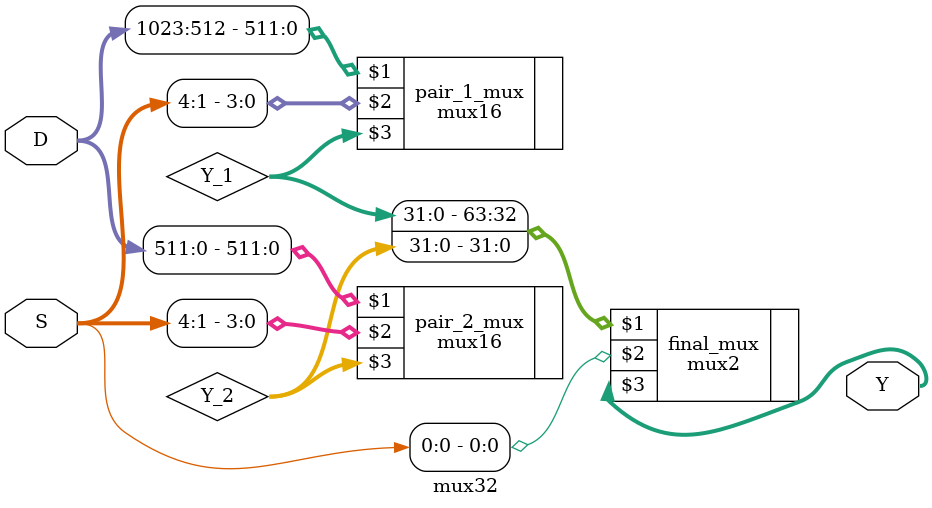
<source format=sv>
module mux32(D,S,Y);

input wire [1023:0] D;
input wire [4:0] S;
output logic [31:0] Y;
logic [31:0] Y_1, Y_2;

mux16 pair_1_mux (D[1023:512], S[4:1], Y_1);
mux16 pair_2_mux (D[511:0], S[4:1], Y_2);
mux2 final_mux ({Y_1,Y_2}, S[0], Y);

endmodule
</source>
